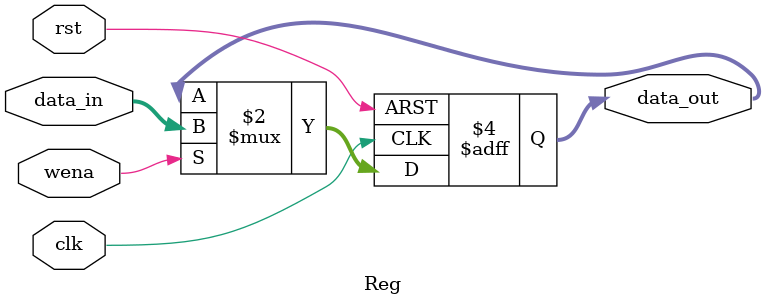
<source format=v>
`timescale 1ns / 1ps

module Reg(
    input clk,//Ê±ÖÓÉÏÉýÑØÎªPC¼Ä´æÆ÷¸³Öµ
    input rst,//¸ßµçÆ½ÖØÖÃ
    input wena,//1Î»ÊäÈë£¬Ð´ÐÅºÅ
    input [31:0] data_in,//32Î»ÊäÈë
    output reg [31:0] data_out //32Î»Êä³ö£¬¹¤×÷Ê±Êä³öPC¼Ä´æÆ÷µÄÖµ
);
always @(posedge clk,posedge rst)
    if(rst)
        data_out<=0;
    else if(wena)
        data_out<=data_in;
endmodule
</source>
